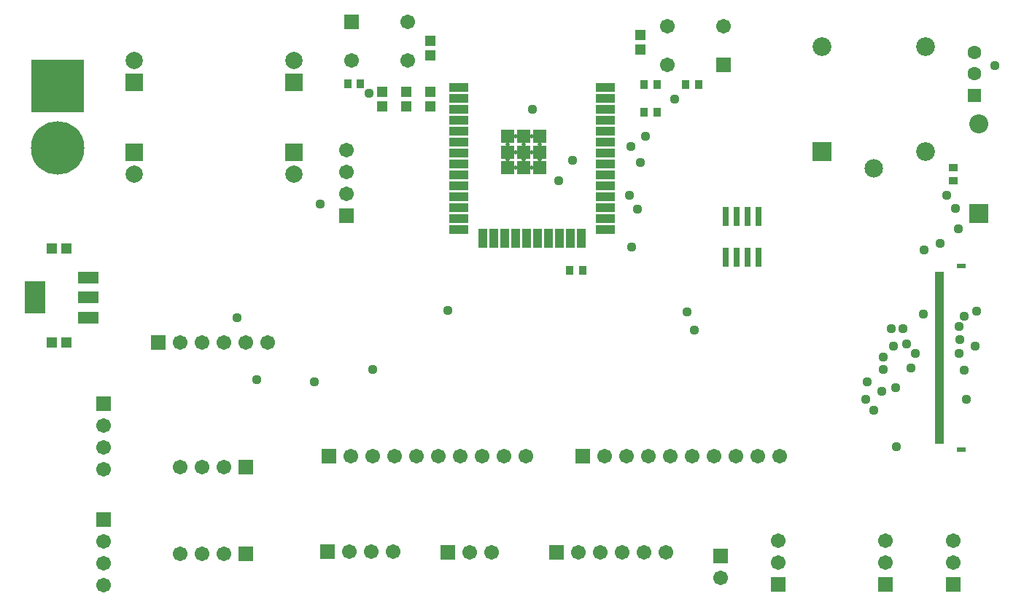
<source format=gts>
G04*
G04 #@! TF.GenerationSoftware,Altium Limited,Altium Designer,20.1.12 (249)*
G04*
G04 Layer_Color=8388736*
%FSLAX25Y25*%
%MOIN*%
G70*
G04*
G04 #@! TF.SameCoordinates,38D2292D-1979-4519-B741-68206640DF70*
G04*
G04*
G04 #@! TF.FilePolarity,Negative*
G04*
G01*
G75*
%ADD31R,0.04343X0.03556*%
%ADD32R,0.03950X0.01981*%
%ADD33R,0.03950X0.02375*%
%ADD34R,0.03000X0.08600*%
%ADD35R,0.09461X0.14973*%
%ADD36R,0.09600X0.05600*%
%ADD37R,0.04737X0.05131*%
%ADD38R,0.05131X0.04737*%
%ADD39R,0.06036X0.06036*%
%ADD40R,0.08674X0.04343*%
%ADD41R,0.04343X0.08674*%
%ADD42R,0.03556X0.04343*%
%ADD43R,0.06706X0.06706*%
%ADD44C,0.06706*%
%ADD45C,0.24422*%
%ADD46R,0.24422X0.24422*%
%ADD47R,0.06706X0.06706*%
%ADD48R,0.07887X0.07887*%
%ADD49C,0.07887*%
%ADD50C,0.08674*%
%ADD51R,0.08674X0.08674*%
%ADD52R,0.06312X0.06312*%
%ADD53C,0.06312*%
%ADD54C,0.08595*%
%ADD55C,0.08418*%
%ADD56R,0.08595X0.08595*%
%ADD57C,0.01981*%
%ADD58C,0.06737*%
%ADD59R,0.06737X0.06737*%
%ADD60C,0.04400*%
D31*
X429500Y198000D02*
D03*
Y203906D02*
D03*
D32*
X423079Y155386D02*
D03*
Y153417D02*
D03*
Y151449D02*
D03*
Y149480D02*
D03*
Y147512D02*
D03*
Y145543D02*
D03*
Y143575D02*
D03*
Y141606D02*
D03*
Y139638D02*
D03*
Y137669D02*
D03*
Y135701D02*
D03*
Y133732D02*
D03*
Y131764D02*
D03*
Y129795D02*
D03*
Y127827D02*
D03*
Y125858D02*
D03*
Y123890D02*
D03*
Y121921D02*
D03*
Y119953D02*
D03*
Y117984D02*
D03*
Y116016D02*
D03*
Y114047D02*
D03*
Y112079D02*
D03*
Y110110D02*
D03*
Y108142D02*
D03*
Y106173D02*
D03*
Y104205D02*
D03*
Y102236D02*
D03*
Y100268D02*
D03*
Y98299D02*
D03*
Y96331D02*
D03*
Y94362D02*
D03*
Y92394D02*
D03*
Y90425D02*
D03*
Y88457D02*
D03*
Y86488D02*
D03*
Y84520D02*
D03*
Y82551D02*
D03*
Y80583D02*
D03*
Y78614D02*
D03*
D33*
X432921Y74874D02*
D03*
Y159126D02*
D03*
D34*
X340500Y163200D02*
D03*
X335500D02*
D03*
X330500D02*
D03*
X325500D02*
D03*
Y181800D02*
D03*
X330500D02*
D03*
X335500D02*
D03*
X340500D02*
D03*
D35*
X9599Y144600D02*
D03*
D36*
X34000Y153700D02*
D03*
Y144600D02*
D03*
Y135500D02*
D03*
D37*
X179500Y238693D02*
D03*
Y232000D02*
D03*
X190500Y238693D02*
D03*
Y232000D02*
D03*
Y255500D02*
D03*
Y262193D02*
D03*
X286500Y264693D02*
D03*
Y258000D02*
D03*
X168500Y238693D02*
D03*
Y232000D02*
D03*
D38*
X24000Y124000D02*
D03*
X17307D02*
D03*
X24000Y167000D02*
D03*
X17307D02*
D03*
D39*
X240287Y203957D02*
D03*
X233063D02*
D03*
X225839D02*
D03*
X240287Y211181D02*
D03*
X233063D02*
D03*
X225839D02*
D03*
X240287Y218406D02*
D03*
X233063D02*
D03*
X225839D02*
D03*
D40*
X270465Y240709D02*
D03*
Y235709D02*
D03*
Y230709D02*
D03*
Y225709D02*
D03*
Y220709D02*
D03*
Y215709D02*
D03*
Y210709D02*
D03*
Y205709D02*
D03*
Y200709D02*
D03*
Y195709D02*
D03*
Y190709D02*
D03*
Y185709D02*
D03*
Y180709D02*
D03*
Y175709D02*
D03*
X203535D02*
D03*
Y180709D02*
D03*
Y185709D02*
D03*
Y190709D02*
D03*
Y195709D02*
D03*
Y200709D02*
D03*
Y205709D02*
D03*
Y210709D02*
D03*
Y215709D02*
D03*
Y220709D02*
D03*
Y225709D02*
D03*
Y230709D02*
D03*
Y235709D02*
D03*
Y240709D02*
D03*
D41*
X259500Y171772D02*
D03*
X254500D02*
D03*
X249500D02*
D03*
X244500D02*
D03*
X239500D02*
D03*
X234500D02*
D03*
X229500D02*
D03*
X224500D02*
D03*
X219500D02*
D03*
X214500D02*
D03*
D42*
X158500Y242500D02*
D03*
X152594D02*
D03*
X313000Y242000D02*
D03*
X307094D02*
D03*
X288094Y229500D02*
D03*
X294000D02*
D03*
X254094Y157000D02*
D03*
X260000D02*
D03*
X288047Y242000D02*
D03*
X293953D02*
D03*
D43*
X66000Y124000D02*
D03*
X144000Y72000D02*
D03*
X260000D02*
D03*
X143500Y28500D02*
D03*
X198500Y28000D02*
D03*
X248000D02*
D03*
X106000Y67000D02*
D03*
Y27500D02*
D03*
D44*
X76000Y124000D02*
D03*
X86000D02*
D03*
X96000D02*
D03*
X106000D02*
D03*
X116000D02*
D03*
X154000Y72000D02*
D03*
X174000D02*
D03*
X184000D02*
D03*
X194000D02*
D03*
X204000D02*
D03*
X214000D02*
D03*
X224000D02*
D03*
X234000D02*
D03*
X164000D02*
D03*
X41000Y13000D02*
D03*
Y23000D02*
D03*
Y33000D02*
D03*
X280000Y72000D02*
D03*
X350000D02*
D03*
X340000D02*
D03*
X330000D02*
D03*
X320000D02*
D03*
X310000D02*
D03*
X300000D02*
D03*
X290000D02*
D03*
X270000D02*
D03*
X173500Y28500D02*
D03*
X163500D02*
D03*
X153500D02*
D03*
X218500Y28000D02*
D03*
X208500D02*
D03*
X398500Y33500D02*
D03*
Y23500D02*
D03*
X429500Y33500D02*
D03*
Y23500D02*
D03*
X323000Y16500D02*
D03*
X349500Y33500D02*
D03*
Y23500D02*
D03*
X298000Y28000D02*
D03*
X288000D02*
D03*
X278000D02*
D03*
X268000D02*
D03*
X258000D02*
D03*
X41000Y86000D02*
D03*
Y76000D02*
D03*
Y66000D02*
D03*
X96000Y67000D02*
D03*
X86000D02*
D03*
X76000D02*
D03*
X96000Y27500D02*
D03*
X86000D02*
D03*
X76000D02*
D03*
X152000Y192000D02*
D03*
Y202000D02*
D03*
Y212000D02*
D03*
D45*
X20000Y213000D02*
D03*
D46*
Y241346D02*
D03*
D47*
X41000Y43000D02*
D03*
X398500Y13500D02*
D03*
X429500D02*
D03*
X323000Y26500D02*
D03*
X349500Y13500D02*
D03*
X41000Y96000D02*
D03*
X152000Y182000D02*
D03*
D48*
X128000Y211000D02*
D03*
Y243000D02*
D03*
X55000Y211000D02*
D03*
Y243000D02*
D03*
D49*
X128000Y201000D02*
D03*
Y253000D02*
D03*
X55000Y201000D02*
D03*
Y253000D02*
D03*
D50*
X441000Y224091D02*
D03*
D51*
Y182909D02*
D03*
D52*
X439000Y237157D02*
D03*
D53*
Y247000D02*
D03*
Y256843D02*
D03*
D54*
X369378Y259516D02*
D03*
X416622D02*
D03*
Y211484D02*
D03*
D55*
X393000Y203610D02*
D03*
D56*
X369378Y211484D02*
D03*
D57*
X236675Y203957D02*
D03*
X229451D02*
D03*
X240287Y207569D02*
D03*
X233063D02*
D03*
X225839D02*
D03*
X236675Y211181D02*
D03*
X229451D02*
D03*
X240287Y214793D02*
D03*
X233063D02*
D03*
X225839D02*
D03*
X236675Y218406D02*
D03*
X229451D02*
D03*
D58*
X298705Y268858D02*
D03*
X324295D02*
D03*
X298705Y251142D02*
D03*
X180000Y253000D02*
D03*
X154409D02*
D03*
X180000Y270717D02*
D03*
D59*
X324295Y251142D02*
D03*
X154409Y270717D02*
D03*
D60*
X162500Y238000D02*
D03*
X393200Y93053D02*
D03*
X389350Y98200D02*
D03*
X390000Y105900D02*
D03*
X430500Y185500D02*
D03*
X426500Y191500D02*
D03*
X423500Y169500D02*
D03*
X416000Y166500D02*
D03*
X439500Y122500D02*
D03*
X432000Y119000D02*
D03*
X432500Y125500D02*
D03*
X432000Y131500D02*
D03*
X434500Y136000D02*
D03*
X440000Y138500D02*
D03*
X434500Y111500D02*
D03*
X435500Y98000D02*
D03*
X406500Y130500D02*
D03*
X408000Y123500D02*
D03*
X412000Y119000D02*
D03*
X401000Y130500D02*
D03*
X402000Y122500D02*
D03*
X397500Y117500D02*
D03*
X302000Y235500D02*
D03*
X255500Y207500D02*
D03*
X249000Y198000D02*
D03*
X281500Y191500D02*
D03*
X285000Y185000D02*
D03*
X282000Y213600D02*
D03*
X403200Y103500D02*
D03*
X110900Y107200D02*
D03*
X282300Y167600D02*
D03*
X403300Y76300D02*
D03*
X448300Y250800D02*
D03*
X310900Y129800D02*
D03*
X415700Y137200D02*
D03*
X307600Y138100D02*
D03*
X431850Y176200D02*
D03*
X286309Y206300D02*
D03*
X288709Y218500D02*
D03*
X137400Y106100D02*
D03*
X237000Y230709D02*
D03*
X396785Y101737D02*
D03*
X410100Y112227D02*
D03*
X102100Y135300D02*
D03*
X140100Y187500D02*
D03*
X198500Y138600D02*
D03*
X164000Y111600D02*
D03*
X397300D02*
D03*
M02*

</source>
